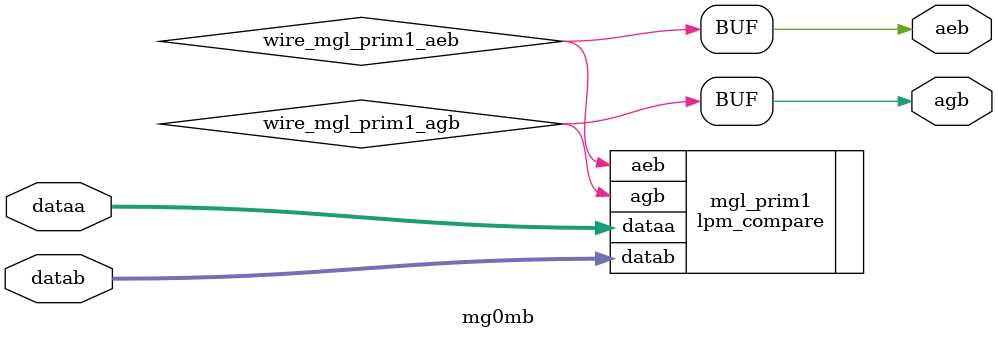
<source format=v>






//synthesis_resources = lpm_compare 1 
//synopsys translate_off
`timescale 1 ps / 1 ps
//synopsys translate_on
module  mg0mb
	( 
	aeb,
	agb,
	dataa,
	datab) /* synthesis synthesis_clearbox=1 */;
	output   aeb;
	output   agb;
	input   [31:0]  dataa;
	input   [31:0]  datab;

	wire  wire_mgl_prim1_aeb;
	wire  wire_mgl_prim1_agb;

	lpm_compare   mgl_prim1
	( 
	.aeb(wire_mgl_prim1_aeb),
	.agb(wire_mgl_prim1_agb),
	.dataa(dataa),
	.datab(datab));
	defparam
		mgl_prim1.lpm_representation = "UNSIGNED",
		mgl_prim1.lpm_type = "LPM_COMPARE",
		mgl_prim1.lpm_width = 32;
	assign
		aeb = wire_mgl_prim1_aeb,
		agb = wire_mgl_prim1_agb;
endmodule //mg0mb
//VALID FILE

</source>
